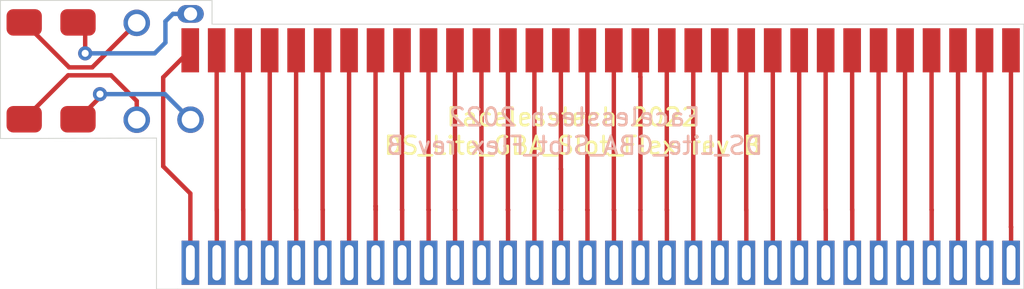
<source format=kicad_pcb>
(kicad_pcb (version 20211014) (generator pcbnew)
  (layers (0 "F.Cu" signal) (31 "B.Cu" signal) (34 "B.Paste" user) (35 "F.Paste" user) (36 "B.SilkS" user "B.Silkscreen") (37 "F.SilkS" user "F.Silkscreen") (38 "B.Mask" user) (39 "F.Mask" user) (44 "Edge.Cuts" user))
  (net 0 "")
  (net 1 "Net-(J1-Pad32)")
  (net 2 "Net-(J1-Pad31)")
  (net 3 "Net-(J1-Pad30)")
  (net 4 "Net-(J1-Pad29)")
  (net 5 "Net-(J1-Pad28)")
  (net 6 "Net-(J1-Pad27)")
  (net 7 "Net-(J1-Pad26)")
  (net 8 "Net-(J1-Pad25)")
  (net 9 "Net-(J1-Pad24)")
  (net 10 "Net-(J1-Pad23)")
  (net 11 "Net-(J1-Pad22)")
  (net 12 "Net-(J1-Pad3)")
  (net 13 "Net-(J1-Pad21)")
  (net 14 "Net-(J1-Pad20)")
  (net 15 "Net-(J1-Pad19)")
  (net 16 "Net-(J1-Pad18)")
  (net 17 "Net-(J1-Pad17)")
  (net 18 "Net-(J1-Pad16)")
  (net 19 "Net-(J1-Pad15)")
  (net 20 "Net-(J1-Pad14)")
  (net 21 "Net-(J1-Pad13)")
  (net 22 "Net-(J1-Pad12)")
  (net 23 "Net-(J1-Pad11)")
  (net 24 "Net-(J1-Pad10)")
  (net 25 "Net-(J1-Pad9)")
  (net 26 "Net-(J1-Pad8)")
  (net 27 "Net-(J1-Pad7)")
  (net 28 "Net-(J1-Pad6)")
  (net 29 "Net-(J1-Pad5)")
  (net 30 "Net-(J1-Pad4)")
  (net 31 "Net-(J1-Pad2)")
  (net 32 "Net-(J1-Pad1)")
  (net 33 "Net-(U1-Pad1)")
  (net 34 "Net-(U1-Pad2)")
  (net 35 "Net-(U1-Pad3)")
  (net 36 "Net-(U1-Pad4)")
  (footprint "custom_connectors:GBBus_small" (layer "F.Cu") (at 130.11762 77.37068)
    (fp_text reference "J1" hide)
    (fp_text value "Conn_01x32" hide)
    (pad "1" smd rect locked (at -21.72716 0.00254 180) (size 1 2.5) (layers "F.Cu" "F.Paste" "F.Mask") (net 32 "Net-(J1-Pad1)"))
    (pad "2" smd rect locked (at -20.22886 0.0028) (size 1 2.5) (layers "F.Cu" "F.Paste" "F.Mask") (net 31 "Net-(J1-Pad2)"))
    (pad "3" smd rect locked (at -18.72886 0.0028 180) (size 1 2.5) (layers "F.Cu" "F.Paste" "F.Mask") (net 12 "Net-(J1-Pad3)"))
    (pad "4" smd rect locked (at -17.22886 0.0028 180) (size 1 2.5) (layers "F.Cu" "F.Paste" "F.Mask") (net 30 "Net-(J1-Pad4)"))
    (pad "5" smd rect locked (at -15.72886 0.0028) (size 1 2.5) (layers "F.Cu" "F.Paste" "F.Mask") (net 29 "Net-(J1-Pad5)"))
    (pad "6" smd rect locked (at -14.22886 0.0028) (size 1 2.5) (layers "F.Cu" "F.Paste" "F.Mask") (net 28 "Net-(J1-Pad6)"))
    (pad "7" smd rect locked (at -12.72886 0.0028) (size 1 2.5) (layers "F.Cu" "F.Paste" "F.Mask") (net 27 "Net-(J1-Pad7)"))
    (pad "8" smd rect locked (at -11.22886 0.0028) (size 1 2.5) (layers "F.Cu" "F.Paste" "F.Mask") (net 26 "Net-(J1-Pad8)"))
    (pad "9" smd rect locked (at -9.72886 0.0028) (size 1 2.5) (layers "F.Cu" "F.Paste" "F.Mask") (net 25 "Net-(J1-Pad9)"))
    (pad "10" smd rect locked (at -8.22886 0.0028) (size 1 2.5) (layers "F.Cu" "F.Paste" "F.Mask") (net 24 "Net-(J1-Pad10)"))
    (pad "11" smd rect locked (at -6.72886 0.0028) (size 1 2.5) (layers "F.Cu" "F.Paste" "F.Mask") (net 23 "Net-(J1-Pad11)"))
    (pad "12" smd rect locked (at -5.22886 0.0028) (size 1 2.5) (layers "F.Cu" "F.Paste" "F.Mask") (net 22 "Net-(J1-Pad12)"))
    (pad "13" smd rect locked (at -3.72886 0.0028) (size 1 2.5) (layers "F.Cu" "F.Paste" "F.Mask") (net 21 "Net-(J1-Pad13)"))
    (pad "14" smd rect locked (at -2.22886 0.0028) (size 1 2.5) (layers "F.Cu" "F.Paste" "F.Mask") (net 20 "Net-(J1-Pad14)"))
    (pad "15" smd rect locked (at -0.72886 0.0028) (size 1 2.5) (layers "F.Cu" "F.Paste" "F.Mask") (net 19 "Net-(J1-Pad15)"))
    (pad "16" smd rect locked (at 0.77114 0.0028) (size 1 2.5) (layers "F.Cu" "F.Paste" "F.Mask") (net 18 "Net-(J1-Pad16)"))
    (pad "17" smd rect locked (at 2.27114 0.0028) (size 1 2.5) (layers "F.Cu" "F.Paste" "F.Mask") (net 17 "Net-(J1-Pad17)"))
    (pad "18" smd rect locked (at 3.77114 0.0028) (size 1 2.5) (layers "F.Cu" "F.Paste" "F.Mask") (net 16 "Net-(J1-Pad18)"))
    (pad "19" smd rect locked (at 5.27114 0.0028) (size 1 2.5) (layers "F.Cu" "F.Paste" "F.Mask") (net 15 "Net-(J1-Pad19)"))
    (pad "20" smd rect locked (at 6.77114 0.0028) (size 1 2.5) (layers "F.Cu" "F.Paste" "F.Mask") (net 14 "Net-(J1-Pad20)"))
    (pad "21" smd rect locked (at 8.27114 0.0028) (size 1 2.5) (layers "F.Cu" "F.Paste" "F.Mask") (net 13 "Net-(J1-Pad21)"))
    (pad "22" smd rect locked (at 9.77114 0.0028) (size 1 2.5) (layers "F.Cu" "F.Paste" "F.Mask") (net 11 "Net-(J1-Pad22)"))
    (pad "23" smd rect locked (at 11.27114 0.0028) (size 1 2.5) (layers "F.Cu" "F.Paste" "F.Mask") (net 10 "Net-(J1-Pad23)"))
    (pad "24" smd rect locked (at 12.77114 0.0028) (size 1 2.5) (layers "F.Cu" "F.Paste" "F.Mask") (net 9 "Net-(J1-Pad24)"))
    (pad "25" smd rect locked (at 14.27114 0.0028) (size 1 2.5) (layers "F.Cu" "F.Paste" "F.Mask") (net 8 "Net-(J1-Pad25)"))
    (pad "26" smd rect locked (at 15.77114 0.0028) (size 1 2.5) (layers "F.Cu" "F.Paste" "F.Mask") (net 7 "Net-(J1-Pad26)"))
    (pad "27" smd rect locked (at 17.27114 0.0028) (size 1 2.5) (layers "F.Cu" "F.Paste" "F.Mask") (net 6 "Net-(J1-Pad27)"))
    (pad "28" smd rect locked (at 18.77114 0.0028) (size 1 2.5) (layers "F.Cu" "F.Paste" "F.Mask") (net 5 "Net-(J1-Pad28)"))
    (pad "29" smd rect locked (at 20.27114 0.0028) (size 1 2.5) (layers "F.Cu" "F.Paste" "F.Mask") (net 4 "Net-(J1-Pad29)"))
    (pad "30" smd rect locked (at 21.77114 0.0028) (size 1 2.5) (layers "F.Cu" "F.Paste" "F.Mask") (net 3 "Net-(J1-Pad30)"))
    (pad "31" smd rect locked (at 23.27114 0.0028) (size 1 2.5) (layers "F.Cu" "F.Paste" "F.Mask") (net 2 "Net-(J1-Pad31)"))
    (pad "32" smd rect locked (at 24.77008 0.0028 180) (size 1 2.5) (layers "F.Cu" "F.Paste" "F.Mask") (net 1 "Net-(J1-Pad32)"))
  )
  (footprint "custom_connectors:ds_lite_crystal_KDSO643_SMD" (layer "F.Cu") (at 100.5078 78.5368 90)
    (fp_text reference "U2" hide)
    (fp_text value "KDSO643" hide)
    (pad "1" smd roundrect (at -2.7432 -1.524 90) (size 1.5 2) (layers "F.Cu" "F.Paste" "F.Mask") (net 33 "Net-(U1-Pad1)"))
    (pad "2" smd roundrect (at 2.7432 -1.524 90) (size 1.5 2) (layers "F.Cu" "F.Paste" "F.Mask") (net 34 "Net-(U1-Pad2)"))
    (pad "3" smd roundrect (at 2.7432 1.524 90) (size 1.5 2) (layers "F.Cu" "F.Paste" "F.Mask") (net 35 "Net-(U1-Pad3)"))
    (pad "4" smd roundrect (at -2.7432 1.524 90) (size 1.5 2) (layers "F.Cu" "F.Paste" "F.Mask") (net 36 "Net-(U1-Pad4)"))
  )
  (footprint "custom_connectors:GBBus_small_through_hole" (layer "F.Cu") (at 130.1242 89.408)
    (fp_text reference "J2" hide)
    (fp_text value "Conn_01x32" hide)
    (pad "1" thru_hole rect (at -21.72716 0.00254 180) (size 1 2.5) (drill oval 0.5 2) (layers *.Cu *.Mask) (net 32 "Net-(J1-Pad1)"))
    (pad "2" thru_hole rect (at -20.22886 0.0028) (size 1 2.5) (drill oval 0.5 2) (layers *.Cu *.Mask) (net 31 "Net-(J1-Pad2)"))
    (pad "3" thru_hole rect (at -18.72886 0.0028 180) (size 1 2.5) (drill oval 0.5 2) (layers *.Cu *.Mask) (net 12 "Net-(J1-Pad3)"))
    (pad "4" thru_hole rect (at -17.22886 0.0028 180) (size 1 2.5) (drill oval 0.5 2) (layers *.Cu *.Mask) (net 30 "Net-(J1-Pad4)"))
    (pad "5" thru_hole rect (at -15.72886 0.0028) (size 1 2.5) (drill oval 0.5 2) (layers *.Cu *.Mask) (net 29 "Net-(J1-Pad5)"))
    (pad "6" thru_hole rect (at -14.22886 0.0028) (size 1 2.5) (drill oval 0.5 2) (layers *.Cu *.Mask) (net 28 "Net-(J1-Pad6)"))
    (pad "7" thru_hole rect (at -12.72886 0.0028) (size 1 2.5) (drill oval 0.5 2) (layers *.Cu *.Mask) (net 27 "Net-(J1-Pad7)"))
    (pad "8" thru_hole rect (at -11.22886 0.0028) (size 1 2.5) (drill oval 0.5 2) (layers *.Cu *.Mask) (net 26 "Net-(J1-Pad8)"))
    (pad "9" thru_hole rect (at -9.72886 0.0028) (size 1 2.5) (drill oval 0.5 2) (layers *.Cu *.Mask) (net 25 "Net-(J1-Pad9)"))
    (pad "10" thru_hole rect (at -8.22886 0.0028) (size 1 2.5) (drill oval 0.5 2) (layers *.Cu *.Mask) (net 24 "Net-(J1-Pad10)"))
    (pad "11" thru_hole rect (at -6.72886 0.0028) (size 1 2.5) (drill oval 0.5 2) (layers *.Cu *.Mask) (net 23 "Net-(J1-Pad11)"))
    (pad "12" thru_hole rect (at -5.22886 0.0028) (size 1 2.5) (drill oval 0.5 2) (layers *.Cu *.Mask) (net 22 "Net-(J1-Pad12)"))
    (pad "13" thru_hole rect (at -3.72886 0.0028) (size 1 2.5) (drill oval 0.5 2) (layers *.Cu *.Mask) (net 21 "Net-(J1-Pad13)"))
    (pad "14" thru_hole rect (at -2.22886 0.0028) (size 1 2.5) (drill oval 0.5 2) (layers *.Cu *.Mask) (net 20 "Net-(J1-Pad14)"))
    (pad "15" thru_hole rect (at -0.72886 0.0028) (size 1 2.5) (drill oval 0.5 2) (layers *.Cu *.Mask) (net 19 "Net-(J1-Pad15)"))
    (pad "16" thru_hole rect (at 0.77114 0.0028) (size 1 2.5) (drill oval 0.5 2) (layers *.Cu *.Mask) (net 18 "Net-(J1-Pad16)"))
    (pad "17" thru_hole rect (at 2.27114 0.0028) (size 1 2.5) (drill oval 0.5 2) (layers *.Cu *.Mask) (net 17 "Net-(J1-Pad17)"))
    (pad "18" thru_hole rect (at 3.77114 0.0028) (size 1 2.5) (drill oval 0.5 2) (layers *.Cu *.Mask) (net 16 "Net-(J1-Pad18)"))
    (pad "19" thru_hole rect (at 5.27114 0.0028) (size 1 2.5) (drill oval 0.5 2) (layers *.Cu *.Mask) (net 15 "Net-(J1-Pad19)"))
    (pad "20" thru_hole rect (at 6.77114 0.0028) (size 1 2.5) (drill oval 0.5 2) (layers *.Cu *.Mask) (net 14 "Net-(J1-Pad20)"))
    (pad "21" thru_hole rect (at 8.27114 0.0028) (size 1 2.5) (drill oval 0.5 2) (layers *.Cu *.Mask) (net 13 "Net-(J1-Pad21)"))
    (pad "22" thru_hole rect (at 9.77114 0.0028) (size 1 2.5) (drill oval 0.5 2) (layers *.Cu *.Mask) (net 11 "Net-(J1-Pad22)"))
    (pad "23" thru_hole rect (at 11.27114 0.0028) (size 1 2.5) (drill oval 0.5 2) (layers *.Cu *.Mask) (net 10 "Net-(J1-Pad23)"))
    (pad "24" thru_hole rect (at 12.77114 0.0028) (size 1 2.5) (drill oval 0.5 2) (layers *.Cu *.Mask) (net 9 "Net-(J1-Pad24)"))
    (pad "25" thru_hole rect (at 14.27114 0.0028) (size 1 2.5) (drill oval 0.5 2) (layers *.Cu *.Mask) (net 8 "Net-(J1-Pad25)"))
    (pad "26" thru_hole rect (at 15.77114 0.0028) (size 1 2.5) (drill oval 0.5 2) (layers *.Cu *.Mask) (net 7 "Net-(J1-Pad26)"))
    (pad "27" thru_hole rect (at 17.27114 0.0028) (size 1 2.5) (drill oval 0.5 2) (layers *.Cu *.Mask) (net 6 "Net-(J1-Pad27)"))
    (pad "28" thru_hole rect (at 18.77114 0.0028) (size 1 2.5) (drill oval 0.5 2) (layers *.Cu *.Mask) (net 5 "Net-(J1-Pad28)"))
    (pad "29" thru_hole rect (at 20.27114 0.0028) (size 1 2.5) (drill oval 0.5 2) (layers *.Cu *.Mask) (net 4 "Net-(J1-Pad29)"))
    (pad "30" thru_hole rect (at 21.77114 0.0028) (size 1 2.5) (drill oval 0.5 2) (layers *.Cu *.Mask) (net 3 "Net-(J1-Pad30)"))
    (pad "31" thru_hole rect (at 23.27114 0.0028) (size 1 2.5) (drill oval 0.5 2) (layers *.Cu *.Mask) (net 2 "Net-(J1-Pad31)"))
    (pad "32" thru_hole rect (at 24.77008 0.0028 180) (size 1 2.5) (drill oval 0.5 2) (layers *.Cu *.Mask) (net 1 "Net-(J1-Pad32)"))
  )
  (footprint "custom_connectors:ds_lite_crystal_KDSO643_TH" (layer "F.Cu") (at 106.8832 78.5622 90)
    (fp_text reference "U1" hide)
    (fp_text value "KDSO643" hide)
    (pad "1" thru_hole circle (at -2.7432 -1.524 90) (size 1.5 1.5) (drill 1) (layers *.Cu *.Mask) (net 33 "Net-(U1-Pad1)"))
    (pad "2" thru_hole circle (at 2.7432 -1.524 90) (size 1.5 1.5) (drill 1) (layers *.Cu *.Mask) (net 34 "Net-(U1-Pad2)"))
    (pad "3" thru_hole oval (at 3.2512 1.524 90) (size 1 1.5) (drill 0.75) (layers *.Cu *.Mask) (net 35 "Net-(U1-Pad3)"))
    (pad "4" thru_hole circle (at -2.7432 1.524 90) (size 1.5 1.5) (drill 1) (layers *.Cu *.Mask) (net 36 "Net-(U1-Pad4)"))
  )
  (gr_line (start 107.66552 90.9066) (end 155.61564 90.9066) (layer "Edge.Cuts") (width 0.05))
  (gr_line (start 109.6264 75.8952) (end 155.61564 75.8952) (layer "Edge.Cuts") (width 0.05))
  (gr_line (start 107.66552 90.9066) (end 106.4768 90.9066) (layer "Edge.Cuts") (width 0.05))
  (gr_line (start 97.6376 82.3722) (end 106.4768 82.3468) (layer "Edge.Cuts") (width 0.05))
  (gr_line (start 106.4768 82.3468) (end 106.4768 90.8812) (layer "Edge.Cuts") (width 0.05))
  (gr_line (start 109.6264 75.8952) (end 109.6264 74.549) (layer "Edge.Cuts") (width 0.05))
  (gr_line (start 155.61564 75.8952) (end 155.61564 90.9066) (layer "Edge.Cuts") (width 0.05))
  (gr_line (start 109.6264 74.549) (end 97.6376 74.549) (layer "Edge.Cuts") (width 0.05))
  (gr_line (start 97.6376 74.549) (end 97.6376 82.3722) (layer "Edge.Cuts") (width 0.05))
  (gr_text "Facelesstech 2022\nDS_Lite_GBA_Slot_Flex rev B" (at 130.16992 81.9658) (layer "B.SilkS") (effects (font (size 1 1)) (justify mirror)))
  (gr_text "Facelesstech 2022\nDS_Lite_GBA_Slot_Flex rev B" (at 130.04292 81.9658) (layer "F.SilkS") (effects (font (size 1 1))))
  (segment (start 154.8877 87.383432) (end 154.89428 87.390012) (width 0.25) (layer "F.Cu") (net 1))
  (segment (start 154.8877 77.37348) (end 154.8877 87.383432) (width 0.25) (layer "F.Cu") (net 1))
  (segment (start 154.89428 87.390012) (end 154.89428 89.4108) (width 0.25) (layer "F.Cu") (net 1))
  (segment (start 153.38876 77.37348) (end 153.38876 89.40422) (width 0.25) (layer "F.Cu") (net 2))
  (segment (start 153.38876 89.40422) (end 153.39534 89.4108) (width 0.25) (layer "F.Cu") (net 2))
  (segment (start 151.88876 89.40422) (end 151.89534 89.4108) (width 0.25) (layer "F.Cu") (net 3))
  (segment (start 151.88876 77.37348) (end 151.88876 89.40422) (width 0.25) (layer "F.Cu") (net 3))
  (segment (start 150.39642 86.41812) (end 150.39534 86.4192) (width 0.25) (layer "F.Cu") (net 4))
  (segment (start 150.38876 77.37348) (end 150.38876 86.41046) (width 0.25) (layer "F.Cu") (net 4))
  (segment (start 150.39534 86.4192) (end 150.39534 89.4108) (width 0.25) (layer "F.Cu") (net 4))
  (segment (start 150.38876 86.41046) (end 150.39642 86.41812) (width 0.25) (layer "F.Cu") (net 4))
  (segment (start 148.88876 89.40422) (end 148.89534 89.4108) (width 0.25) (layer "F.Cu") (net 5))
  (segment (start 148.88876 77.37348) (end 148.88876 89.40422) (width 0.25) (layer "F.Cu") (net 5))
  (segment (start 147.38876 77.37348) (end 147.38876 89.40422) (width 0.25) (layer "F.Cu") (net 6))
  (segment (start 147.38876 89.40422) (end 147.39534 89.4108) (width 0.25) (layer "F.Cu") (net 6))
  (segment (start 145.89642 86.41812) (end 145.89534 86.4192) (width 0.25) (layer "F.Cu") (net 7))
  (segment (start 145.88876 86.41046) (end 145.89642 86.41812) (width 0.25) (layer "F.Cu") (net 7))
  (segment (start 145.88876 77.37348) (end 145.88876 86.41046) (width 0.25) (layer "F.Cu") (net 7))
  (segment (start 145.89534 86.4192) (end 145.89534 89.4108) (width 0.25) (layer "F.Cu") (net 7))
  (segment (start 144.38876 86.41046) (end 144.39534 86.41704) (width 0.25) (layer "F.Cu") (net 8))
  (segment (start 144.38876 86.41046) (end 144.39642 86.41812) (width 0.25) (layer "F.Cu") (net 8))
  (segment (start 144.38876 77.37348) (end 144.38876 86.41046) (width 0.25) (layer "F.Cu") (net 8))
  (segment (start 144.39534 86.41704) (end 144.39534 89.4108) (width 0.25) (layer "F.Cu") (net 8))
  (segment (start 142.88876 77.37348) (end 142.88876 89.40422) (width 0.25) (layer "F.Cu") (net 9))
  (segment (start 142.88876 89.40422) (end 142.89534 89.4108) (width 0.25) (layer "F.Cu") (net 9))
  (segment (start 141.39534 77.38006) (end 141.38876 77.37348) (width 0.25) (layer "F.Cu") (net 10))
  (segment (start 141.39534 89.4108) (end 141.39534 77.38006) (width 0.25) (layer "F.Cu") (net 10))
  (segment (start 139.88876 86.41046) (end 139.89642 86.41812) (width 0.25) (layer "F.Cu") (net 11))
  (segment (start 139.89534 86.4192) (end 139.89534 89.4108) (width 0.25) (layer "F.Cu") (net 11))
  (segment (start 139.89642 86.41812) (end 139.89534 86.4192) (width 0.25) (layer "F.Cu") (net 11))
  (segment (start 139.88876 77.37348) (end 139.88876 86.41046) (width 0.25) (layer "F.Cu") (net 11))
  (segment (start 111.38876 86.41046) (end 111.39642 86.41812) (width 0.25) (layer "F.Cu") (net 12))
  (segment (start 111.38876 86.41046) (end 111.39534 86.41704) (width 0.25) (layer "F.Cu") (net 12))
  (segment (start 111.38876 77.37348) (end 111.38876 86.41046) (width 0.25) (layer "F.Cu") (net 12))
  (segment (start 111.39534 86.41704) (end 111.39534 89.4108) (width 0.25) (layer "F.Cu") (net 12))
  (segment (start 138.38876 77.37348) (end 138.38876 89.40422) (width 0.25) (layer "F.Cu") (net 13))
  (segment (start 138.38876 89.40422) (end 138.39534 89.4108) (width 0.25) (layer "F.Cu") (net 13))
  (segment (start 136.88876 77.37348) (end 136.88876 89.40422) (width 0.25) (layer "F.Cu") (net 14))
  (segment (start 136.88876 89.40422) (end 136.89534 89.4108) (width 0.25) (layer "F.Cu") (net 14))
  (segment (start 135.38876 86.41046) (end 135.39534 86.41704) (width 0.25) (layer "F.Cu") (net 15))
  (segment (start 135.39534 86.41704) (end 135.39534 89.4108) (width 0.25) (layer "F.Cu") (net 15))
  (segment (start 135.38876 86.41046) (end 135.39642 86.41812) (width 0.25) (layer "F.Cu") (net 15))
  (segment (start 135.38876 77.37348) (end 135.38876 86.41046) (width 0.25) (layer "F.Cu") (net 15))
  (segment (start 133.88876 77.37348) (end 133.88876 78.87348) (width 0.25) (layer "F.Cu") (net 16))
  (segment (start 133.89642 78.88114) (end 133.89642 86.41812) (width 0.25) (layer "F.Cu") (net 16))
  (segment (start 133.88876 78.87348) (end 133.89642 78.88114) (width 0.25) (layer "F.Cu") (net 16))
  (segment (start 133.89534 86.4192) (end 133.89534 89.4108) (width 0.25) (layer "F.Cu") (net 16))
  (segment (start 133.89642 86.41812) (end 133.89534 86.4192) (width 0.25) (layer "F.Cu") (net 16))
  (segment (start 132.38876 86.41046) (end 132.39642 86.41812) (width 0.25) (layer "F.Cu") (net 17))
  (segment (start 132.38876 77.37348) (end 132.38876 86.41046) (width 0.25) (layer "F.Cu") (net 17))
  (segment (start 132.39534 86.4192) (end 132.39534 89.4108) (width 0.25) (layer "F.Cu") (net 17))
  (segment (start 132.39642 86.41812) (end 132.39534 86.4192) (width 0.25) (layer "F.Cu") (net 17))
  (segment (start 130.88876 77.37348) (end 130.88876 86.41046) (width 0.25) (layer "F.Cu") (net 18))
  (segment (start 130.89642 86.41812) (end 130.89534 86.4192) (width 0.25) (layer "F.Cu") (net 18))
  (segment (start 130.89534 86.4192) (end 130.89534 89.4108) (width 0.25) (layer "F.Cu") (net 18))
  (segment (start 130.88876 86.41046) (end 130.89642 86.41812) (width 0.25) (layer "F.Cu") (net 18))
  (segment (start 129.39642 86.41812) (end 129.39534 86.4192) (width 0.25) (layer "F.Cu") (net 19))
  (segment (start 129.39534 86.4192) (end 129.39534 89.4108) (width 0.25) (layer "F.Cu") (net 19))
  (segment (start 129.38876 84.09546) (end 129.39642 84.10312) (width 0.25) (layer "F.Cu") (net 19))
  (segment (start 129.38876 77.37348) (end 129.38876 84.09546) (width 0.25) (layer "F.Cu") (net 19))
  (segment (start 129.39642 84.10312) (end 129.39642 86.41812) (width 0.25) (layer "F.Cu") (net 19))
  (segment (start 127.88876 89.40422) (end 127.89534 89.4108) (width 0.25) (layer "F.Cu") (net 20))
  (segment (start 127.88876 77.37348) (end 127.88876 89.40422) (width 0.25) (layer "F.Cu") (net 20))
  (segment (start 126.39534 86.41704) (end 126.39534 89.4108) (width 0.25) (layer "F.Cu") (net 21))
  (segment (start 126.38876 86.41046) (end 126.39534 86.41704) (width 0.25) (layer "F.Cu") (net 21))
  (segment (start 126.38876 86.41046) (end 126.39642 86.41812) (width 0.25) (layer "F.Cu") (net 21))
  (segment (start 126.38876 77.37348) (end 126.38876 86.41046) (width 0.25) (layer "F.Cu") (net 21))
  (segment (start 124.88876 77.37348) (end 124.88876 89.40422) (width 0.25) (layer "F.Cu") (net 22))
  (segment (start 124.88876 89.40422) (end 124.89534 89.4108) (width 0.25) (layer "F.Cu") (net 22))
  (segment (start 123.38876 77.37348) (end 123.38876 86.41046) (width 0.25) (layer "F.Cu") (net 23))
  (segment (start 123.39642 86.41812) (end 123.39534 86.4192) (width 0.25) (layer "F.Cu") (net 23))
  (segment (start 123.38876 86.41046) (end 123.39642 86.41812) (width 0.25) (layer "F.Cu") (net 23))
  (segment (start 123.39534 86.4192) (end 123.39534 89.4108) (width 0.25) (layer "F.Cu") (net 23))
  (segment (start 121.88876 77.37348) (end 121.88876 86.41046) (width 0.25) (layer "F.Cu") (net 24))
  (segment (start 121.89534 86.4192) (end 121.89534 89.4108) (width 0.25) (layer "F.Cu") (net 24))
  (segment (start 121.88876 86.41046) (end 121.89642 86.41812) (width 0.25) (layer "F.Cu") (net 24))
  (segment (start 121.89642 86.41812) (end 121.89534 86.4192) (width 0.25) (layer "F.Cu") (net 24))
  (segment (start 120.38876 77.37348) (end 120.38876 86.41046) (width 0.25) (layer "F.Cu") (net 25))
  (segment (start 120.39534 86.4192) (end 120.39534 89.4108) (width 0.25) (layer "F.Cu") (net 25))
  (segment (start 120.38876 86.41046) (end 120.39642 86.41812) (width 0.25) (layer "F.Cu") (net 25))
  (segment (start 120.39642 86.41812) (end 120.39534 86.4192) (width 0.25) (layer "F.Cu") (net 25))
  (segment (start 118.88876 86.19896) (end 118.89534 86.20554) (width 0.25) (layer "F.Cu") (net 26))
  (segment (start 118.88876 77.37348) (end 118.88876 86.19896) (width 0.25) (layer "F.Cu") (net 26))
  (segment (start 118.88876 86.19896) (end 118.88876 86.41046) (width 0.25) (layer "F.Cu") (net 26))
  (segment (start 118.88876 86.41046) (end 118.89642 86.41812) (width 0.25) (layer "F.Cu") (net 26))
  (segment (start 118.89534 86.20554) (end 118.89534 89.4108) (width 0.25) (layer "F.Cu") (net 26))
  (segment (start 117.38876 77.37348) (end 117.38876 89.40422) (width 0.25) (layer "F.Cu") (net 27))
  (segment (start 117.38876 89.40422) (end 117.39534 89.4108) (width 0.25) (layer "F.Cu") (net 27))
  (segment (start 115.89642 86.41812) (end 115.89534 86.4192) (width 0.25) (layer "F.Cu") (net 28))
  (segment (start 115.89534 86.4192) (end 115.89534 89.4108) (width 0.25) (layer "F.Cu") (net 28))
  (segment (start 115.88876 77.37348) (end 115.88876 86.41046) (width 0.25) (layer "F.Cu") (net 28))
  (segment (start 115.88876 86.41046) (end 115.89642 86.41812) (width 0.25) (layer "F.Cu") (net 28))
  (segment (start 114.39534 86.4192) (end 114.39534 89.4108) (width 0.25) (layer "F.Cu") (net 29))
  (segment (start 114.39642 86.41812) (end 114.39534 86.4192) (width 0.25) (layer "F.Cu") (net 29))
  (segment (start 114.38876 86.41046) (end 114.39642 86.41812) (width 0.25) (layer "F.Cu") (net 29))
  (segment (start 114.38876 77.37348) (end 114.38876 86.41046) (width 0.25) (layer "F.Cu") (net 29))
  (segment (start 112.89534 89.4108) (end 112.89534 77.38006) (width 0.25) (layer "F.Cu") (net 30))
  (segment (start 112.89534 77.38006) (end 112.88876 77.37348) (width 0.25) (layer "F.Cu") (net 30))
  (segment (start 109.89534 86.4192) (end 109.89534 89.4108) (width 0.25) (layer "F.Cu") (net 31))
  (segment (start 109.88876 77.37348) (end 109.88876 86.41046) (width 0.25) (layer "F.Cu") (net 31))
  (segment (start 109.89642 86.41812) (end 109.89534 86.4192) (width 0.25) (layer "F.Cu") (net 31))
  (segment (start 109.88876 86.41046) (end 109.89642 86.41812) (width 0.25) (layer "F.Cu") (net 31))
  (segment (start 108.39046 77.37322) (end 106.8578 78.90588) (width 0.25) (layer "F.Cu") (net 32))
  (segment (start 106.8578 83.947) (end 108.39704 85.48624) (width 0.25) (layer "F.Cu") (net 32))
  (segment (start 106.8578 78.90588) (end 106.8578 83.947) (width 0.25) (layer "F.Cu") (net 32))
  (segment (start 108.39704 85.48624) (end 108.39704 89.41054) (width 0.25) (layer "F.Cu") (net 32))
  (segment (start 105.3592 80.24474) (end 103.90526 78.7908) (width 0.25) (layer "F.Cu") (net 33))
  (segment (start 103.90526 78.7908) (end 101.473 78.7908) (width 0.25) (layer "F.Cu") (net 33))
  (segment (start 105.3592 81.3054) (end 105.3592 80.24474) (width 0.25) (layer "F.Cu") (net 33))
  (segment (start 101.473 78.7908) (end 98.9838 81.28) (width 0.25) (layer "F.Cu") (net 33))
  (segment (start 102.8374 78.3408) (end 101.531 78.3408) (width 0.25) (layer "F.Cu") (net 34))
  (segment (start 101.531 78.3408) (end 98.9838 75.7936) (width 0.25) (layer "F.Cu") (net 34))
  (segment (start 105.3592 75.819) (end 102.8374 78.3408) (width 0.25) (layer "F.Cu") (net 34))
  (segment (start 102.4382 76.2) (end 102.0318 75.7936) (width 0.25) (layer "F.Cu") (net 35))
  (segment (start 102.4382 77.5462) (end 102.4382 76.2) (width 0.25) (layer "F.Cu") (net 35))
  (via (at 102.4382 77.5462) (size 0.8) (drill 0.4) (layers "F.Cu" "B.Cu") (net 35))
  (segment (start 106.9848 75.7334) (end 106.9848 76.9366) (width 0.25) (layer "B.Cu") (net 35))
  (segment (start 106.9848 76.9366) (end 106.3752 77.5462) (width 0.25) (layer "B.Cu") (net 35))
  (segment (start 108.4072 75.311) (end 107.4072 75.311) (width 0.25) (layer "B.Cu") (net 35))
  (segment (start 106.3752 77.5462) (end 102.4382 77.5462) (width 0.25) (layer "B.Cu") (net 35))
  (segment (start 107.4072 75.311) (end 106.9848 75.7334) (width 0.25) (layer "B.Cu") (net 35))
  (segment (start 103.2764 80.0354) (end 102.0318 81.28) (width 0.25) (layer "F.Cu") (net 36))
  (segment (start 103.2764 79.8576) (end 103.2764 80.0354) (width 0.25) (layer "F.Cu") (net 36))
  (via (at 103.2764 79.8576) (size 0.8) (drill 0.4) (layers "F.Cu" "B.Cu") (net 36))
  (segment (start 108.4072 81.3054) (end 106.9594 79.8576) (width 0.25) (layer "B.Cu") (net 36))
  (segment (start 106.9594 79.8576) (end 103.2764 79.8576) (width 0.25) (layer "B.Cu") (net 36))
)
</source>
